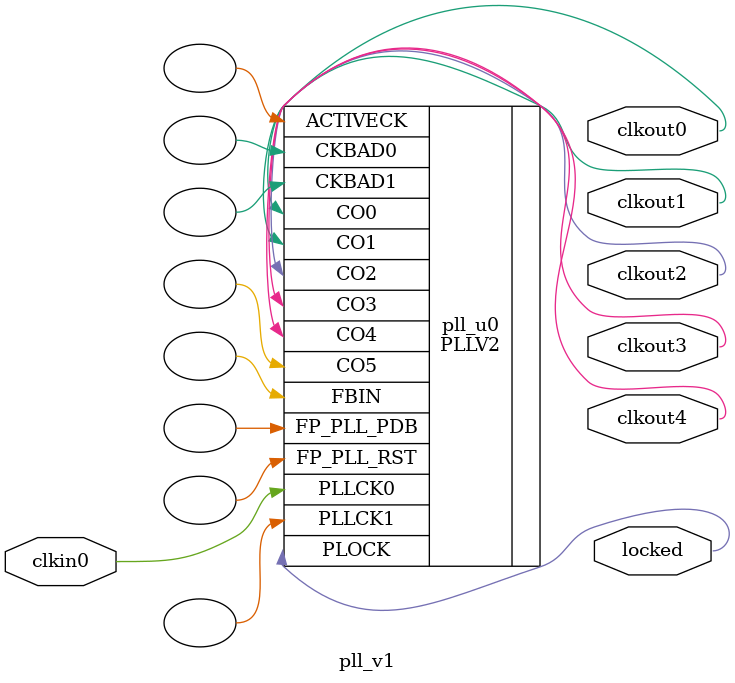
<source format=v>

module pll_v1(
    clkin0,
    clkout0,
    clkout1,
    clkout2,
    clkout3,
    clkout4,
    locked
);

input clkin0;
output clkout0;
output clkout1;
output clkout2;
output clkout3;
output clkout4;
output locked;

PLLV2 #(
        .CFG_SEL_FBPATH (1'b0),
        .CFG_CKSEL (1'b0),
        .CFG_CK_SWITCH_EN (1'b0),
        .CFG_DIVN (8'b00000010),
        .CFG_DIVM (8'b00100001),
        .CFG_DIVFB (1'b0),
        .CFG_LPF (3'b011),
        .CFG_CPSEL_CR (3'b011),
        .CFG_CPSEL_FN (7'b0100001),
        .CFG_CP_AUTO_ENB (1'b0),
        .CFG_RST_REG_ENB (1'b0),
        .CFG_CALIB_EN (1'b1),
        .CFG_CALIB_RSTN (1'b1),
        .CFG_CALIB_MANUAL (4'b1000),
        .CFG_CALIB_WIN (2'b00),
        .CFG_CALIB_DIV (8'b00011010),
        .CFG_CALIB_16_32U (1'b0),
        .CFG_BP_VDOUT (1'b0),
        .CFG_LKD_MUX (1'b0),
        .CFG_FORCE_LOCK (1'b1),
        .CFG_FLDD (2'b11),
        .CFG_ATEST_EN (1'b0),
        .CFG_DTEST_EN (1'b0),
        .CFG_ATEST_SEL (1'b0),
        .CFG_DTEST_SEL (1'b0),
        .CFG_VCO_INI_SEL (1'b0),
        .CFG_LKD_TOL (1'b0),
        .CFG_LKD_HOLD (1'b0),
        .CFG_VRSEL (2'b10),
        .CFG_BK (4'b0001),
        .CFG_SSEN (1'b0),
        .CFG_SSDIVH (2'b01),
        .CFG_SSDIVL (8'b10000100),
        .CFG_SSRG (2'b01),
        .CFG_MKEN0 (1'b1),
        .CFG_MKEN1 (1'b1),
        .CFG_MKEN2 (1'b1),
        .CFG_MKEN3 (1'b1),
        .CFG_MKEN4 (1'b1),
        .CFG_MKEN5 (1'b0),
        .CFG_BPS0 (1'b0),
        .CFG_BPS1 (1'b0),
        .CFG_BPS2 (1'b0),
        .CFG_BPS3 (1'b0),
        .CFG_BPS4 (1'b0),
        .CFG_BPS5 (1'b0),
        .CFG_DIVC0 (8'b00000101),
        .CFG_DIVC1 (8'b00101100),
        .CFG_DIVC2 (8'b00001110),
        .CFG_DIVC3 (8'b00010010),
        .CFG_DIVC4 (8'b00010111),
        .CFG_DIVC5 (8'b00001000),
        .CFG_CO0DLY (8'b00000000),
        .CFG_CO1DLY (8'b00000000),
        .CFG_CO2DLY (8'b00000000),
        .CFG_CO3DLY (8'b00000000),
        .CFG_CO4DLY (8'b00000000),
        .CFG_CO5DLY (8'b00000000),
        .CFG_P0SEL (3'b000),
        .CFG_P1SEL (3'b000),
        .CFG_P2SEL (3'b000),
        .CFG_P3SEL (3'b000),
        .CFG_P4SEL (3'b000),
        .CFG_P5SEL (3'b000),
        .CFG_PFBSEL (3'b000),
        .CFG_RSTPLL_SEL (2'b01),
        .CFG_PPDB_SEL (2'b01),
        .CFG_LOCK_GATE (1'b1),
        .CFG_FRAC (3'b000),
        .CFG_FP_EN (1'b0)
)
pll_u0 (
        .PLLCK0 (clkin0),
        .PLLCK1 (),
        .FBIN (),
        .FP_PLL_PDB (),
        .FP_PLL_RST (),
        .ACTIVECK (),
        .CKBAD0 (),
        .CKBAD1 (),
        .CO0 (clkout0),
        .CO1 (clkout1),
        .CO2 (clkout2),
        .CO3 (clkout3),
        .CO4 (clkout4),
        .CO5 (),
        .PLOCK (locked)
);

endmodule

// ============================================================
//                  pll Setting
//
// Warning: This part is read by Fuxi, please don't modify it.
// ============================================================
// Device          : H1D03N3W72C7
// Module          : pll_v1
// IP core         : pll
// IP Version      : 1

// AutoSwitch      : false
// BandWidth       : Medium
// Bypass0         : false
// Bypass1         : false
// Bypass2         : false
// Bypass3         : false
// Bypass4         : false
// Bypass5         : false
// C0              : 5
// C1              : 44
// C2              : 14
// C3              : 18
// C4              : 23
// C5              : 8
// Clkin0Enable    : true
// Clkin1Enable    : false
// ClkinDefault    : 0
// Clkout0UseFrac  : false
// ClkoutNum       : 5
// Delay0          : 0
// Delay1          : 0
// Delay2          : 0
// Delay3          : 0
// Delay4          : 0
// Delay5          : 0
// DelayUnit       : degree
// DeskewMode      : None
// Enable0         : true
// Enable1         : true
// Enable2         : true
// Enable3         : true
// Enable4         : true
// Enable5         : false
// ExpectFreq0     : 150
// ExpectFreq1     : 20
// ExpectFreq2     : 60
// ExpectFreq3     : 48
// ExpectFreq4     : 38
// ExpectFreq5     : -100
// ForceLocked     : true
// GclkCcbEnable   : false
// InputFreq       : 80
// M               : 33
// N               : 2
// Phase0          : 0
// Phase1          : 0
// Phase2          : 0
// Phase3          : 0
// Phase4          : 0
// Phase5          : 0
// PortActiveck    : false
// PortCkbad0      : false
// PortCkbad1      : false
// PortLocked      : true
// PowerMode       : always_on
// ResetMode       : ccb
// Simulation Files: 
// SpreadDivH      : 1
// SpreadDivL      : 132
// SpreadEnable    : false
// SpreadRatio     : 1
// Synthesis Files : 
// UseDynPhaseShift: false
// UseLockGate     : false
// VcoCalibration  : true
// VcoDivide       : 0

</source>
